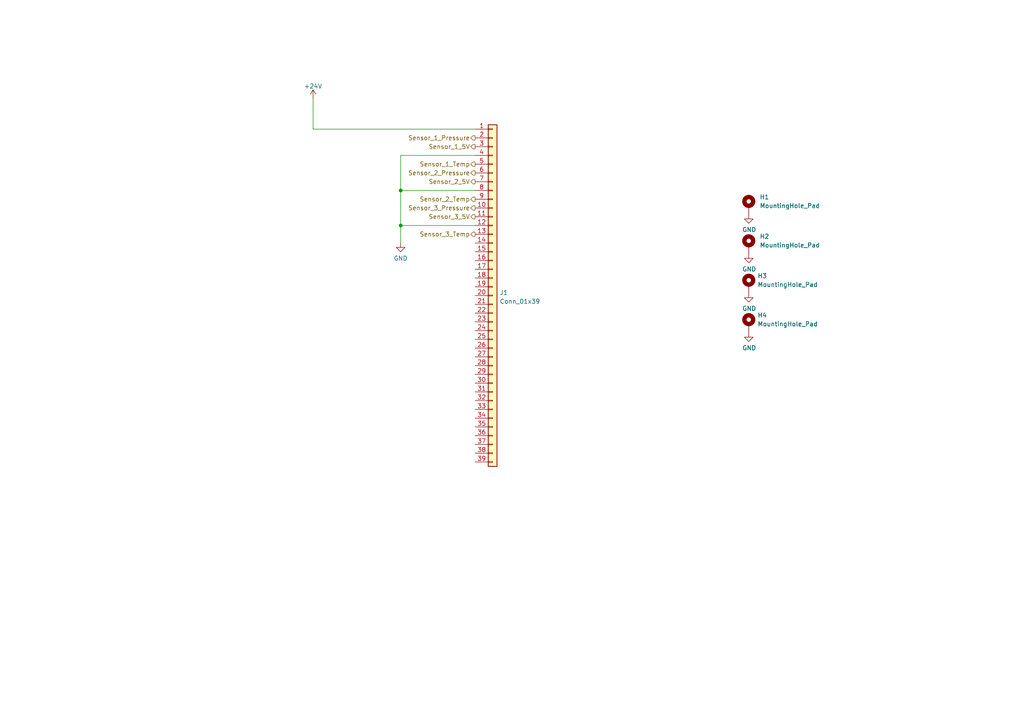
<source format=kicad_sch>
(kicad_sch (version 20211123) (generator eeschema)

  (uuid 9d6dfdeb-319d-44ae-8106-4ddc4cd2b0b1)

  (paper "A4")

  (lib_symbols
    (symbol "Connector_Generic:Conn_01x39" (pin_names (offset 1.016) hide) (in_bom yes) (on_board yes)
      (property "Reference" "J" (id 0) (at 0 50.8 0)
        (effects (font (size 1.27 1.27)))
      )
      (property "Value" "Conn_01x39" (id 1) (at 0 -50.8 0)
        (effects (font (size 1.27 1.27)))
      )
      (property "Footprint" "" (id 2) (at 0 0 0)
        (effects (font (size 1.27 1.27)) hide)
      )
      (property "Datasheet" "~" (id 3) (at 0 0 0)
        (effects (font (size 1.27 1.27)) hide)
      )
      (property "ki_keywords" "connector" (id 4) (at 0 0 0)
        (effects (font (size 1.27 1.27)) hide)
      )
      (property "ki_description" "Generic connector, single row, 01x39, script generated (kicad-library-utils/schlib/autogen/connector/)" (id 5) (at 0 0 0)
        (effects (font (size 1.27 1.27)) hide)
      )
      (property "ki_fp_filters" "Connector*:*_1x??_*" (id 6) (at 0 0 0)
        (effects (font (size 1.27 1.27)) hide)
      )
      (symbol "Conn_01x39_1_1"
        (rectangle (start -1.27 -48.133) (end 0 -48.387)
          (stroke (width 0.1524) (type default) (color 0 0 0 0))
          (fill (type none))
        )
        (rectangle (start -1.27 -45.593) (end 0 -45.847)
          (stroke (width 0.1524) (type default) (color 0 0 0 0))
          (fill (type none))
        )
        (rectangle (start -1.27 -43.053) (end 0 -43.307)
          (stroke (width 0.1524) (type default) (color 0 0 0 0))
          (fill (type none))
        )
        (rectangle (start -1.27 -40.513) (end 0 -40.767)
          (stroke (width 0.1524) (type default) (color 0 0 0 0))
          (fill (type none))
        )
        (rectangle (start -1.27 -37.973) (end 0 -38.227)
          (stroke (width 0.1524) (type default) (color 0 0 0 0))
          (fill (type none))
        )
        (rectangle (start -1.27 -35.433) (end 0 -35.687)
          (stroke (width 0.1524) (type default) (color 0 0 0 0))
          (fill (type none))
        )
        (rectangle (start -1.27 -32.893) (end 0 -33.147)
          (stroke (width 0.1524) (type default) (color 0 0 0 0))
          (fill (type none))
        )
        (rectangle (start -1.27 -30.353) (end 0 -30.607)
          (stroke (width 0.1524) (type default) (color 0 0 0 0))
          (fill (type none))
        )
        (rectangle (start -1.27 -27.813) (end 0 -28.067)
          (stroke (width 0.1524) (type default) (color 0 0 0 0))
          (fill (type none))
        )
        (rectangle (start -1.27 -25.273) (end 0 -25.527)
          (stroke (width 0.1524) (type default) (color 0 0 0 0))
          (fill (type none))
        )
        (rectangle (start -1.27 -22.733) (end 0 -22.987)
          (stroke (width 0.1524) (type default) (color 0 0 0 0))
          (fill (type none))
        )
        (rectangle (start -1.27 -20.193) (end 0 -20.447)
          (stroke (width 0.1524) (type default) (color 0 0 0 0))
          (fill (type none))
        )
        (rectangle (start -1.27 -17.653) (end 0 -17.907)
          (stroke (width 0.1524) (type default) (color 0 0 0 0))
          (fill (type none))
        )
        (rectangle (start -1.27 -15.113) (end 0 -15.367)
          (stroke (width 0.1524) (type default) (color 0 0 0 0))
          (fill (type none))
        )
        (rectangle (start -1.27 -12.573) (end 0 -12.827)
          (stroke (width 0.1524) (type default) (color 0 0 0 0))
          (fill (type none))
        )
        (rectangle (start -1.27 -10.033) (end 0 -10.287)
          (stroke (width 0.1524) (type default) (color 0 0 0 0))
          (fill (type none))
        )
        (rectangle (start -1.27 -7.493) (end 0 -7.747)
          (stroke (width 0.1524) (type default) (color 0 0 0 0))
          (fill (type none))
        )
        (rectangle (start -1.27 -4.953) (end 0 -5.207)
          (stroke (width 0.1524) (type default) (color 0 0 0 0))
          (fill (type none))
        )
        (rectangle (start -1.27 -2.413) (end 0 -2.667)
          (stroke (width 0.1524) (type default) (color 0 0 0 0))
          (fill (type none))
        )
        (rectangle (start -1.27 0.127) (end 0 -0.127)
          (stroke (width 0.1524) (type default) (color 0 0 0 0))
          (fill (type none))
        )
        (rectangle (start -1.27 2.667) (end 0 2.413)
          (stroke (width 0.1524) (type default) (color 0 0 0 0))
          (fill (type none))
        )
        (rectangle (start -1.27 5.207) (end 0 4.953)
          (stroke (width 0.1524) (type default) (color 0 0 0 0))
          (fill (type none))
        )
        (rectangle (start -1.27 7.747) (end 0 7.493)
          (stroke (width 0.1524) (type default) (color 0 0 0 0))
          (fill (type none))
        )
        (rectangle (start -1.27 10.287) (end 0 10.033)
          (stroke (width 0.1524) (type default) (color 0 0 0 0))
          (fill (type none))
        )
        (rectangle (start -1.27 12.827) (end 0 12.573)
          (stroke (width 0.1524) (type default) (color 0 0 0 0))
          (fill (type none))
        )
        (rectangle (start -1.27 15.367) (end 0 15.113)
          (stroke (width 0.1524) (type default) (color 0 0 0 0))
          (fill (type none))
        )
        (rectangle (start -1.27 17.907) (end 0 17.653)
          (stroke (width 0.1524) (type default) (color 0 0 0 0))
          (fill (type none))
        )
        (rectangle (start -1.27 20.447) (end 0 20.193)
          (stroke (width 0.1524) (type default) (color 0 0 0 0))
          (fill (type none))
        )
        (rectangle (start -1.27 22.987) (end 0 22.733)
          (stroke (width 0.1524) (type default) (color 0 0 0 0))
          (fill (type none))
        )
        (rectangle (start -1.27 25.527) (end 0 25.273)
          (stroke (width 0.1524) (type default) (color 0 0 0 0))
          (fill (type none))
        )
        (rectangle (start -1.27 28.067) (end 0 27.813)
          (stroke (width 0.1524) (type default) (color 0 0 0 0))
          (fill (type none))
        )
        (rectangle (start -1.27 30.607) (end 0 30.353)
          (stroke (width 0.1524) (type default) (color 0 0 0 0))
          (fill (type none))
        )
        (rectangle (start -1.27 33.147) (end 0 32.893)
          (stroke (width 0.1524) (type default) (color 0 0 0 0))
          (fill (type none))
        )
        (rectangle (start -1.27 35.687) (end 0 35.433)
          (stroke (width 0.1524) (type default) (color 0 0 0 0))
          (fill (type none))
        )
        (rectangle (start -1.27 38.227) (end 0 37.973)
          (stroke (width 0.1524) (type default) (color 0 0 0 0))
          (fill (type none))
        )
        (rectangle (start -1.27 40.767) (end 0 40.513)
          (stroke (width 0.1524) (type default) (color 0 0 0 0))
          (fill (type none))
        )
        (rectangle (start -1.27 43.307) (end 0 43.053)
          (stroke (width 0.1524) (type default) (color 0 0 0 0))
          (fill (type none))
        )
        (rectangle (start -1.27 45.847) (end 0 45.593)
          (stroke (width 0.1524) (type default) (color 0 0 0 0))
          (fill (type none))
        )
        (rectangle (start -1.27 48.387) (end 0 48.133)
          (stroke (width 0.1524) (type default) (color 0 0 0 0))
          (fill (type none))
        )
        (rectangle (start -1.27 49.53) (end 1.27 -49.53)
          (stroke (width 0.254) (type default) (color 0 0 0 0))
          (fill (type background))
        )
        (pin passive line (at -5.08 48.26 0) (length 3.81)
          (name "Pin_1" (effects (font (size 1.27 1.27))))
          (number "1" (effects (font (size 1.27 1.27))))
        )
        (pin passive line (at -5.08 25.4 0) (length 3.81)
          (name "Pin_10" (effects (font (size 1.27 1.27))))
          (number "10" (effects (font (size 1.27 1.27))))
        )
        (pin passive line (at -5.08 22.86 0) (length 3.81)
          (name "Pin_11" (effects (font (size 1.27 1.27))))
          (number "11" (effects (font (size 1.27 1.27))))
        )
        (pin passive line (at -5.08 20.32 0) (length 3.81)
          (name "Pin_12" (effects (font (size 1.27 1.27))))
          (number "12" (effects (font (size 1.27 1.27))))
        )
        (pin passive line (at -5.08 17.78 0) (length 3.81)
          (name "Pin_13" (effects (font (size 1.27 1.27))))
          (number "13" (effects (font (size 1.27 1.27))))
        )
        (pin passive line (at -5.08 15.24 0) (length 3.81)
          (name "Pin_14" (effects (font (size 1.27 1.27))))
          (number "14" (effects (font (size 1.27 1.27))))
        )
        (pin passive line (at -5.08 12.7 0) (length 3.81)
          (name "Pin_15" (effects (font (size 1.27 1.27))))
          (number "15" (effects (font (size 1.27 1.27))))
        )
        (pin passive line (at -5.08 10.16 0) (length 3.81)
          (name "Pin_16" (effects (font (size 1.27 1.27))))
          (number "16" (effects (font (size 1.27 1.27))))
        )
        (pin passive line (at -5.08 7.62 0) (length 3.81)
          (name "Pin_17" (effects (font (size 1.27 1.27))))
          (number "17" (effects (font (size 1.27 1.27))))
        )
        (pin passive line (at -5.08 5.08 0) (length 3.81)
          (name "Pin_18" (effects (font (size 1.27 1.27))))
          (number "18" (effects (font (size 1.27 1.27))))
        )
        (pin passive line (at -5.08 2.54 0) (length 3.81)
          (name "Pin_19" (effects (font (size 1.27 1.27))))
          (number "19" (effects (font (size 1.27 1.27))))
        )
        (pin passive line (at -5.08 45.72 0) (length 3.81)
          (name "Pin_2" (effects (font (size 1.27 1.27))))
          (number "2" (effects (font (size 1.27 1.27))))
        )
        (pin passive line (at -5.08 0 0) (length 3.81)
          (name "Pin_20" (effects (font (size 1.27 1.27))))
          (number "20" (effects (font (size 1.27 1.27))))
        )
        (pin passive line (at -5.08 -2.54 0) (length 3.81)
          (name "Pin_21" (effects (font (size 1.27 1.27))))
          (number "21" (effects (font (size 1.27 1.27))))
        )
        (pin passive line (at -5.08 -5.08 0) (length 3.81)
          (name "Pin_22" (effects (font (size 1.27 1.27))))
          (number "22" (effects (font (size 1.27 1.27))))
        )
        (pin passive line (at -5.08 -7.62 0) (length 3.81)
          (name "Pin_23" (effects (font (size 1.27 1.27))))
          (number "23" (effects (font (size 1.27 1.27))))
        )
        (pin passive line (at -5.08 -10.16 0) (length 3.81)
          (name "Pin_24" (effects (font (size 1.27 1.27))))
          (number "24" (effects (font (size 1.27 1.27))))
        )
        (pin passive line (at -5.08 -12.7 0) (length 3.81)
          (name "Pin_25" (effects (font (size 1.27 1.27))))
          (number "25" (effects (font (size 1.27 1.27))))
        )
        (pin passive line (at -5.08 -15.24 0) (length 3.81)
          (name "Pin_26" (effects (font (size 1.27 1.27))))
          (number "26" (effects (font (size 1.27 1.27))))
        )
        (pin passive line (at -5.08 -17.78 0) (length 3.81)
          (name "Pin_27" (effects (font (size 1.27 1.27))))
          (number "27" (effects (font (size 1.27 1.27))))
        )
        (pin passive line (at -5.08 -20.32 0) (length 3.81)
          (name "Pin_28" (effects (font (size 1.27 1.27))))
          (number "28" (effects (font (size 1.27 1.27))))
        )
        (pin passive line (at -5.08 -22.86 0) (length 3.81)
          (name "Pin_29" (effects (font (size 1.27 1.27))))
          (number "29" (effects (font (size 1.27 1.27))))
        )
        (pin passive line (at -5.08 43.18 0) (length 3.81)
          (name "Pin_3" (effects (font (size 1.27 1.27))))
          (number "3" (effects (font (size 1.27 1.27))))
        )
        (pin passive line (at -5.08 -25.4 0) (length 3.81)
          (name "Pin_30" (effects (font (size 1.27 1.27))))
          (number "30" (effects (font (size 1.27 1.27))))
        )
        (pin passive line (at -5.08 -27.94 0) (length 3.81)
          (name "Pin_31" (effects (font (size 1.27 1.27))))
          (number "31" (effects (font (size 1.27 1.27))))
        )
        (pin passive line (at -5.08 -30.48 0) (length 3.81)
          (name "Pin_32" (effects (font (size 1.27 1.27))))
          (number "32" (effects (font (size 1.27 1.27))))
        )
        (pin passive line (at -5.08 -33.02 0) (length 3.81)
          (name "Pin_33" (effects (font (size 1.27 1.27))))
          (number "33" (effects (font (size 1.27 1.27))))
        )
        (pin passive line (at -5.08 -35.56 0) (length 3.81)
          (name "Pin_34" (effects (font (size 1.27 1.27))))
          (number "34" (effects (font (size 1.27 1.27))))
        )
        (pin passive line (at -5.08 -38.1 0) (length 3.81)
          (name "Pin_35" (effects (font (size 1.27 1.27))))
          (number "35" (effects (font (size 1.27 1.27))))
        )
        (pin passive line (at -5.08 -40.64 0) (length 3.81)
          (name "Pin_36" (effects (font (size 1.27 1.27))))
          (number "36" (effects (font (size 1.27 1.27))))
        )
        (pin passive line (at -5.08 -43.18 0) (length 3.81)
          (name "Pin_37" (effects (font (size 1.27 1.27))))
          (number "37" (effects (font (size 1.27 1.27))))
        )
        (pin passive line (at -5.08 -45.72 0) (length 3.81)
          (name "Pin_38" (effects (font (size 1.27 1.27))))
          (number "38" (effects (font (size 1.27 1.27))))
        )
        (pin passive line (at -5.08 -48.26 0) (length 3.81)
          (name "Pin_39" (effects (font (size 1.27 1.27))))
          (number "39" (effects (font (size 1.27 1.27))))
        )
        (pin passive line (at -5.08 40.64 0) (length 3.81)
          (name "Pin_4" (effects (font (size 1.27 1.27))))
          (number "4" (effects (font (size 1.27 1.27))))
        )
        (pin passive line (at -5.08 38.1 0) (length 3.81)
          (name "Pin_5" (effects (font (size 1.27 1.27))))
          (number "5" (effects (font (size 1.27 1.27))))
        )
        (pin passive line (at -5.08 35.56 0) (length 3.81)
          (name "Pin_6" (effects (font (size 1.27 1.27))))
          (number "6" (effects (font (size 1.27 1.27))))
        )
        (pin passive line (at -5.08 33.02 0) (length 3.81)
          (name "Pin_7" (effects (font (size 1.27 1.27))))
          (number "7" (effects (font (size 1.27 1.27))))
        )
        (pin passive line (at -5.08 30.48 0) (length 3.81)
          (name "Pin_8" (effects (font (size 1.27 1.27))))
          (number "8" (effects (font (size 1.27 1.27))))
        )
        (pin passive line (at -5.08 27.94 0) (length 3.81)
          (name "Pin_9" (effects (font (size 1.27 1.27))))
          (number "9" (effects (font (size 1.27 1.27))))
        )
      )
    )
    (symbol "Mechanical:MountingHole_Pad" (pin_numbers hide) (pin_names (offset 1.016) hide) (in_bom yes) (on_board yes)
      (property "Reference" "H" (id 0) (at 0 6.35 0)
        (effects (font (size 1.27 1.27)))
      )
      (property "Value" "MountingHole_Pad" (id 1) (at 0 4.445 0)
        (effects (font (size 1.27 1.27)))
      )
      (property "Footprint" "" (id 2) (at 0 0 0)
        (effects (font (size 1.27 1.27)) hide)
      )
      (property "Datasheet" "~" (id 3) (at 0 0 0)
        (effects (font (size 1.27 1.27)) hide)
      )
      (property "ki_keywords" "mounting hole" (id 4) (at 0 0 0)
        (effects (font (size 1.27 1.27)) hide)
      )
      (property "ki_description" "Mounting Hole with connection" (id 5) (at 0 0 0)
        (effects (font (size 1.27 1.27)) hide)
      )
      (property "ki_fp_filters" "MountingHole*Pad*" (id 6) (at 0 0 0)
        (effects (font (size 1.27 1.27)) hide)
      )
      (symbol "MountingHole_Pad_0_1"
        (circle (center 0 1.27) (radius 1.27)
          (stroke (width 1.27) (type default) (color 0 0 0 0))
          (fill (type none))
        )
      )
      (symbol "MountingHole_Pad_1_1"
        (pin input line (at 0 -2.54 90) (length 2.54)
          (name "1" (effects (font (size 1.27 1.27))))
          (number "1" (effects (font (size 1.27 1.27))))
        )
      )
    )
    (symbol "power:+24V" (power) (pin_names (offset 0)) (in_bom yes) (on_board yes)
      (property "Reference" "#PWR" (id 0) (at 0 -3.81 0)
        (effects (font (size 1.27 1.27)) hide)
      )
      (property "Value" "+24V" (id 1) (at 0 3.556 0)
        (effects (font (size 1.27 1.27)))
      )
      (property "Footprint" "" (id 2) (at 0 0 0)
        (effects (font (size 1.27 1.27)) hide)
      )
      (property "Datasheet" "" (id 3) (at 0 0 0)
        (effects (font (size 1.27 1.27)) hide)
      )
      (property "ki_keywords" "power-flag" (id 4) (at 0 0 0)
        (effects (font (size 1.27 1.27)) hide)
      )
      (property "ki_description" "Power symbol creates a global label with name \"+24V\"" (id 5) (at 0 0 0)
        (effects (font (size 1.27 1.27)) hide)
      )
      (symbol "+24V_0_1"
        (polyline
          (pts
            (xy -0.762 1.27)
            (xy 0 2.54)
          )
          (stroke (width 0) (type default) (color 0 0 0 0))
          (fill (type none))
        )
        (polyline
          (pts
            (xy 0 0)
            (xy 0 2.54)
          )
          (stroke (width 0) (type default) (color 0 0 0 0))
          (fill (type none))
        )
        (polyline
          (pts
            (xy 0 2.54)
            (xy 0.762 1.27)
          )
          (stroke (width 0) (type default) (color 0 0 0 0))
          (fill (type none))
        )
      )
      (symbol "+24V_1_1"
        (pin power_in line (at 0 0 90) (length 0) hide
          (name "+24V" (effects (font (size 1.27 1.27))))
          (number "1" (effects (font (size 1.27 1.27))))
        )
      )
    )
    (symbol "power:GND" (power) (pin_names (offset 0)) (in_bom yes) (on_board yes)
      (property "Reference" "#PWR" (id 0) (at 0 -6.35 0)
        (effects (font (size 1.27 1.27)) hide)
      )
      (property "Value" "GND" (id 1) (at 0 -3.81 0)
        (effects (font (size 1.27 1.27)))
      )
      (property "Footprint" "" (id 2) (at 0 0 0)
        (effects (font (size 1.27 1.27)) hide)
      )
      (property "Datasheet" "" (id 3) (at 0 0 0)
        (effects (font (size 1.27 1.27)) hide)
      )
      (property "ki_keywords" "power-flag" (id 4) (at 0 0 0)
        (effects (font (size 1.27 1.27)) hide)
      )
      (property "ki_description" "Power symbol creates a global label with name \"GND\" , ground" (id 5) (at 0 0 0)
        (effects (font (size 1.27 1.27)) hide)
      )
      (symbol "GND_0_1"
        (polyline
          (pts
            (xy 0 0)
            (xy 0 -1.27)
            (xy 1.27 -1.27)
            (xy 0 -2.54)
            (xy -1.27 -1.27)
            (xy 0 -1.27)
          )
          (stroke (width 0) (type default) (color 0 0 0 0))
          (fill (type none))
        )
      )
      (symbol "GND_1_1"
        (pin power_in line (at 0 0 270) (length 0) hide
          (name "GND" (effects (font (size 1.27 1.27))))
          (number "1" (effects (font (size 1.27 1.27))))
        )
      )
    )
  )

  (junction (at 116.205 65.405) (diameter 0) (color 0 0 0 0)
    (uuid a5e9e330-7f77-4916-87de-782b6e93a1b3)
  )
  (junction (at 116.205 55.245) (diameter 0) (color 0 0 0 0)
    (uuid fd933c42-07c6-4597-9911-0069c93af4cc)
  )

  (wire (pts (xy 116.205 55.245) (xy 137.795 55.245))
    (stroke (width 0) (type default) (color 0 0 0 0))
    (uuid 035cb8b0-8133-4752-b3bd-7bd4926e7e54)
  )
  (wire (pts (xy 90.805 37.465) (xy 137.795 37.465))
    (stroke (width 0) (type default) (color 0 0 0 0))
    (uuid 4f5bdae5-5b18-462b-8cb9-be9ebd3f00a5)
  )
  (wire (pts (xy 90.805 28.575) (xy 90.805 37.465))
    (stroke (width 0) (type default) (color 0 0 0 0))
    (uuid a35e8a3d-4ffd-4390-aca4-1bd4f8491bb2)
  )
  (wire (pts (xy 116.205 55.245) (xy 116.205 45.085))
    (stroke (width 0) (type default) (color 0 0 0 0))
    (uuid b6bdc09b-57fa-4199-8e6a-95a834763f84)
  )
  (wire (pts (xy 116.205 55.245) (xy 116.205 65.405))
    (stroke (width 0) (type default) (color 0 0 0 0))
    (uuid baee5a99-3717-433e-aa17-2707de05110d)
  )
  (wire (pts (xy 116.205 45.085) (xy 137.795 45.085))
    (stroke (width 0) (type default) (color 0 0 0 0))
    (uuid bf1da0b1-1311-41c5-89fb-b283af68ecd5)
  )
  (wire (pts (xy 116.205 65.405) (xy 116.205 70.485))
    (stroke (width 0) (type default) (color 0 0 0 0))
    (uuid c1ca524b-ccab-42d0-a1fe-017f34c1ecf9)
  )
  (wire (pts (xy 137.795 65.405) (xy 116.205 65.405))
    (stroke (width 0) (type default) (color 0 0 0 0))
    (uuid c69e5440-3983-48ab-a8f8-64b2478c596e)
  )

  (hierarchical_label "Sensor_3_5V" (shape output) (at 137.795 62.865 180)
    (effects (font (size 1.27 1.27)) (justify right))
    (uuid 0042af6b-3d00-4a19-ab2e-10812acd8a6a)
  )
  (hierarchical_label "Sensor_3_Pressure" (shape output) (at 137.795 60.325 180)
    (effects (font (size 1.27 1.27)) (justify right))
    (uuid 2e5b2742-2a9a-4ed1-8009-caf6e3b847ee)
  )
  (hierarchical_label "Sensor_1_Temp" (shape output) (at 137.795 47.625 180)
    (effects (font (size 1.27 1.27)) (justify right))
    (uuid 2e86d50e-1802-4ed5-a22b-198b5d294623)
  )
  (hierarchical_label "Sensor_3_Temp" (shape output) (at 137.795 67.945 180)
    (effects (font (size 1.27 1.27)) (justify right))
    (uuid a5af1f14-887c-4928-a494-e9f39ef4e50a)
  )
  (hierarchical_label "Sensor_1_Pressure" (shape output) (at 137.795 40.005 180)
    (effects (font (size 1.27 1.27)) (justify right))
    (uuid cffac791-429f-4a79-9cc8-b790d613444a)
  )
  (hierarchical_label "Sensor_2_5V" (shape output) (at 137.795 52.705 180)
    (effects (font (size 1.27 1.27)) (justify right))
    (uuid d65c8a0d-36d3-482e-baaf-0d0d71d94f73)
  )
  (hierarchical_label "Sensor_1_5V" (shape output) (at 137.795 42.545 180)
    (effects (font (size 1.27 1.27)) (justify right))
    (uuid dc494e81-b50b-453c-ba8e-8cfe2ab07aab)
  )
  (hierarchical_label "Sensor_2_Pressure" (shape output) (at 137.795 50.165 180)
    (effects (font (size 1.27 1.27)) (justify right))
    (uuid e961788f-90a2-402f-bf3a-bfe4a1cfc8eb)
  )
  (hierarchical_label "Sensor_2_Temp" (shape output) (at 137.795 57.785 180)
    (effects (font (size 1.27 1.27)) (justify right))
    (uuid fe7c73bf-692e-47ee-abcd-445c778989fa)
  )

  (symbol (lib_id "power:GND") (at 116.205 70.485 0) (unit 1)
    (in_bom yes) (on_board yes) (fields_autoplaced)
    (uuid 264eacd5-e9fe-44aa-9afe-00a8f9d295ac)
    (property "Reference" "#PWR0102" (id 0) (at 116.205 76.835 0)
      (effects (font (size 1.27 1.27)) hide)
    )
    (property "Value" "GND" (id 1) (at 116.205 74.9284 0))
    (property "Footprint" "" (id 2) (at 116.205 70.485 0)
      (effects (font (size 1.27 1.27)) hide)
    )
    (property "Datasheet" "" (id 3) (at 116.205 70.485 0)
      (effects (font (size 1.27 1.27)) hide)
    )
    (pin "1" (uuid 9ea0bb5a-1fb1-4183-84e9-90b982999428))
  )

  (symbol (lib_id "Connector_Generic:Conn_01x39") (at 142.875 85.725 0) (unit 1)
    (in_bom yes) (on_board yes) (fields_autoplaced)
    (uuid 3dc88b24-4d9c-43bd-9902-20c0e22b2cba)
    (property "Reference" "J1" (id 0) (at 144.907 84.8903 0)
      (effects (font (size 1.27 1.27)) (justify left))
    )
    (property "Value" "Conn_01x39" (id 1) (at 144.907 87.4272 0)
      (effects (font (size 1.27 1.27)) (justify left))
    )
    (property "Footprint" "UniSA_Motorsport_Connector:Samtec_MECF-40-0_-L-DV_2x40_P1.27mm_Polarized_Edge" (id 2) (at 142.875 85.725 0)
      (effects (font (size 1.27 1.27)) hide)
    )
    (property "Datasheet" "~" (id 3) (at 142.875 85.725 0)
      (effects (font (size 1.27 1.27)) hide)
    )
    (pin "1" (uuid 0e3424c6-01ab-4399-928e-5c701c464000))
    (pin "10" (uuid 8859e117-5390-4bac-a0dd-67636d7118aa))
    (pin "11" (uuid f7ce1a09-06d1-45f1-9fa3-34efb5432c89))
    (pin "12" (uuid 52481ac0-1f06-4378-8dbf-c2950b3fea23))
    (pin "13" (uuid dd0b31a4-2aca-4a52-9ebf-5b2ffd2895ff))
    (pin "14" (uuid 754e1c31-f69e-4e34-8a0b-0b84ce3c2dec))
    (pin "15" (uuid 8a904893-21f2-428f-b6db-58aea57d35c2))
    (pin "16" (uuid e3361457-0d3c-463b-ae6b-4a51e4759aa6))
    (pin "17" (uuid e2e589ec-a462-404d-9b4a-2c5c26bed1f4))
    (pin "18" (uuid f6507441-67bf-4af8-b503-b4b5303582b8))
    (pin "19" (uuid d13e0c9f-4892-4a6a-9b09-3549ec0a9ca8))
    (pin "2" (uuid 6e0a09bd-4465-4bb4-adf0-d2b77978e48f))
    (pin "20" (uuid 074bb20c-ae13-443e-a4e3-5a6f52402660))
    (pin "21" (uuid eeab71db-1e53-425f-b6b8-9bb638df0cdc))
    (pin "22" (uuid 4bd4e031-a380-4b97-a2bb-6ffdefb95376))
    (pin "23" (uuid d5a3d2a0-8555-4954-9518-35de13d1b786))
    (pin "24" (uuid a94f1726-a67e-46ae-b6d2-eab1bdb6471e))
    (pin "25" (uuid 1e32cf96-8004-4abb-a850-7927dbdd80b4))
    (pin "26" (uuid beba2889-8ba3-47e2-8473-97312a71cfd7))
    (pin "27" (uuid 73afa3bd-fe75-451a-8e2d-814a9be9dc2c))
    (pin "28" (uuid 19474df5-12fc-40cf-b1ba-06d05efaf5e9))
    (pin "29" (uuid 14b23139-5d6d-484a-97af-2d344b3d68db))
    (pin "3" (uuid ef3979f0-ef0f-44c0-b2f5-060dfbb3061b))
    (pin "30" (uuid 1aba4ed0-6bab-4977-b31b-04038c724964))
    (pin "31" (uuid 9849f215-2808-4f9f-971c-62b7a441a27a))
    (pin "32" (uuid 8f6a97fb-1a4f-4ac5-82ca-9c945decc1d4))
    (pin "33" (uuid d1c9090d-5d52-4676-9fe1-c1a69f35bb10))
    (pin "34" (uuid b3c7c954-3903-4069-b822-3d32f265e18f))
    (pin "35" (uuid d2e48b1b-1bec-487f-b5a2-da88b9acad14))
    (pin "36" (uuid 10376d01-5cf1-4dd9-8544-7c11bafd90b1))
    (pin "37" (uuid 95cdf646-1cdd-48d0-98f2-fefba06a95d6))
    (pin "38" (uuid 69e98363-2df6-486f-9ff7-2297d6bfd083))
    (pin "39" (uuid 85c22c96-8aa9-4729-b651-96556c3913e3))
    (pin "4" (uuid f70c27a4-0610-4bf3-81ca-cf27821e70a7))
    (pin "5" (uuid ecd63aa9-c0bc-4c36-8bc9-03b8eab6ad59))
    (pin "6" (uuid 43f74e43-55b7-4fe9-8c02-54741cb68671))
    (pin "7" (uuid 054863d5-7e10-41d4-a646-2a858ec7ceff))
    (pin "8" (uuid 3d5b62d6-49aa-432f-a5c6-cbb1891b0055))
    (pin "9" (uuid 58017232-9d7d-49d5-9831-e20babc97c1a))
  )

  (symbol (lib_id "power:GND") (at 217.17 73.66 0) (unit 1)
    (in_bom yes) (on_board yes)
    (uuid 45564b42-6f6a-4ba7-9184-1c441355a3f2)
    (property "Reference" "#PWR0117" (id 0) (at 217.17 80.01 0)
      (effects (font (size 1.27 1.27)) hide)
    )
    (property "Value" "GND" (id 1) (at 217.297 78.0542 0))
    (property "Footprint" "" (id 2) (at 217.17 73.66 0)
      (effects (font (size 1.27 1.27)) hide)
    )
    (property "Datasheet" "" (id 3) (at 217.17 73.66 0)
      (effects (font (size 1.27 1.27)) hide)
    )
    (pin "1" (uuid 8e3c8ca4-1355-469c-938a-316c5f330044))
  )

  (symbol (lib_id "power:GND") (at 217.17 96.52 0) (unit 1)
    (in_bom yes) (on_board yes)
    (uuid 5ce8e7af-b634-4839-abff-28d3404b84c1)
    (property "Reference" "#PWR0118" (id 0) (at 217.17 102.87 0)
      (effects (font (size 1.27 1.27)) hide)
    )
    (property "Value" "GND" (id 1) (at 217.297 100.9142 0))
    (property "Footprint" "" (id 2) (at 217.17 96.52 0)
      (effects (font (size 1.27 1.27)) hide)
    )
    (property "Datasheet" "" (id 3) (at 217.17 96.52 0)
      (effects (font (size 1.27 1.27)) hide)
    )
    (pin "1" (uuid 10d0892b-00eb-4e42-8f6f-32e5eb66781d))
  )

  (symbol (lib_id "Mechanical:MountingHole_Pad") (at 217.17 93.98 0) (unit 1)
    (in_bom yes) (on_board yes) (fields_autoplaced)
    (uuid 6f4a6345-c606-4413-938b-b1d1485e876f)
    (property "Reference" "H4" (id 0) (at 219.71 91.4399 0)
      (effects (font (size 1.27 1.27)) (justify left))
    )
    (property "Value" "MountingHole_Pad" (id 1) (at 219.71 93.9799 0)
      (effects (font (size 1.27 1.27)) (justify left))
    )
    (property "Footprint" "MountingHole:MountingHole_3.2mm_M3_Pad_Via" (id 2) (at 217.17 93.98 0)
      (effects (font (size 1.27 1.27)) hide)
    )
    (property "Datasheet" "~" (id 3) (at 217.17 93.98 0)
      (effects (font (size 1.27 1.27)) hide)
    )
    (pin "1" (uuid 0e826e5c-6983-4684-8269-5717e09af91e))
  )

  (symbol (lib_id "power:GND") (at 217.17 62.23 0) (unit 1)
    (in_bom yes) (on_board yes)
    (uuid 721c61f2-dd22-479b-9666-a91cbceac46d)
    (property "Reference" "#PWR0120" (id 0) (at 217.17 68.58 0)
      (effects (font (size 1.27 1.27)) hide)
    )
    (property "Value" "GND" (id 1) (at 217.297 66.6242 0))
    (property "Footprint" "" (id 2) (at 217.17 62.23 0)
      (effects (font (size 1.27 1.27)) hide)
    )
    (property "Datasheet" "" (id 3) (at 217.17 62.23 0)
      (effects (font (size 1.27 1.27)) hide)
    )
    (pin "1" (uuid 60b171e5-8b5b-41a2-9b6f-731e1de523fb))
  )

  (symbol (lib_id "power:GND") (at 217.17 85.09 0) (unit 1)
    (in_bom yes) (on_board yes)
    (uuid 7cdaccc4-826e-4f28-be15-9b39b7b110e8)
    (property "Reference" "#PWR0119" (id 0) (at 217.17 91.44 0)
      (effects (font (size 1.27 1.27)) hide)
    )
    (property "Value" "GND" (id 1) (at 217.297 89.4842 0))
    (property "Footprint" "" (id 2) (at 217.17 85.09 0)
      (effects (font (size 1.27 1.27)) hide)
    )
    (property "Datasheet" "" (id 3) (at 217.17 85.09 0)
      (effects (font (size 1.27 1.27)) hide)
    )
    (pin "1" (uuid 23c82ac8-cdef-4749-a91d-fac58346f3ad))
  )

  (symbol (lib_id "Mechanical:MountingHole_Pad") (at 217.17 82.55 0) (unit 1)
    (in_bom yes) (on_board yes) (fields_autoplaced)
    (uuid 813dee3e-9bc8-4889-a6f0-0671ec460b4f)
    (property "Reference" "H3" (id 0) (at 219.71 80.0099 0)
      (effects (font (size 1.27 1.27)) (justify left))
    )
    (property "Value" "MountingHole_Pad" (id 1) (at 219.71 82.5499 0)
      (effects (font (size 1.27 1.27)) (justify left))
    )
    (property "Footprint" "MountingHole:MountingHole_3.2mm_M3_Pad_Via" (id 2) (at 217.17 82.55 0)
      (effects (font (size 1.27 1.27)) hide)
    )
    (property "Datasheet" "~" (id 3) (at 217.17 82.55 0)
      (effects (font (size 1.27 1.27)) hide)
    )
    (pin "1" (uuid aaaed62a-cdf3-483a-8d08-d0df88c10cb8))
  )

  (symbol (lib_id "Mechanical:MountingHole_Pad") (at 217.17 71.12 0) (unit 1)
    (in_bom yes) (on_board yes) (fields_autoplaced)
    (uuid 8f76b46f-54ea-486c-824b-31279bb9b5d0)
    (property "Reference" "H2" (id 0) (at 220.345 68.5799 0)
      (effects (font (size 1.27 1.27)) (justify left))
    )
    (property "Value" "MountingHole_Pad" (id 1) (at 220.345 71.1199 0)
      (effects (font (size 1.27 1.27)) (justify left))
    )
    (property "Footprint" "MountingHole:MountingHole_3.2mm_M3_Pad_Via" (id 2) (at 217.17 71.12 0)
      (effects (font (size 1.27 1.27)) hide)
    )
    (property "Datasheet" "~" (id 3) (at 217.17 71.12 0)
      (effects (font (size 1.27 1.27)) hide)
    )
    (pin "1" (uuid 26eaeea2-78ce-45a9-a734-792641b7fde3))
  )

  (symbol (lib_id "power:+24V") (at 90.805 28.575 0) (unit 1)
    (in_bom yes) (on_board yes) (fields_autoplaced)
    (uuid eb9837cb-bf6f-43da-bde8-757d59e9f57f)
    (property "Reference" "#PWR0101" (id 0) (at 90.805 32.385 0)
      (effects (font (size 1.27 1.27)) hide)
    )
    (property "Value" "+24V" (id 1) (at 90.805 24.9992 0))
    (property "Footprint" "" (id 2) (at 90.805 28.575 0)
      (effects (font (size 1.27 1.27)) hide)
    )
    (property "Datasheet" "" (id 3) (at 90.805 28.575 0)
      (effects (font (size 1.27 1.27)) hide)
    )
    (pin "1" (uuid bafb2ec6-570d-4e56-83f2-127612477cbe))
  )

  (symbol (lib_id "Mechanical:MountingHole_Pad") (at 217.17 59.69 0) (unit 1)
    (in_bom yes) (on_board yes) (fields_autoplaced)
    (uuid f7776d77-7dbb-4d4f-8722-1851411dbc40)
    (property "Reference" "H1" (id 0) (at 220.345 57.1499 0)
      (effects (font (size 1.27 1.27)) (justify left))
    )
    (property "Value" "MountingHole_Pad" (id 1) (at 220.345 59.6899 0)
      (effects (font (size 1.27 1.27)) (justify left))
    )
    (property "Footprint" "MountingHole:MountingHole_3.2mm_M3_Pad_Via" (id 2) (at 217.17 59.69 0)
      (effects (font (size 1.27 1.27)) hide)
    )
    (property "Datasheet" "~" (id 3) (at 217.17 59.69 0)
      (effects (font (size 1.27 1.27)) hide)
    )
    (pin "1" (uuid f8698c78-d7a0-41ea-9ade-0214b1dc8233))
  )
)

</source>
